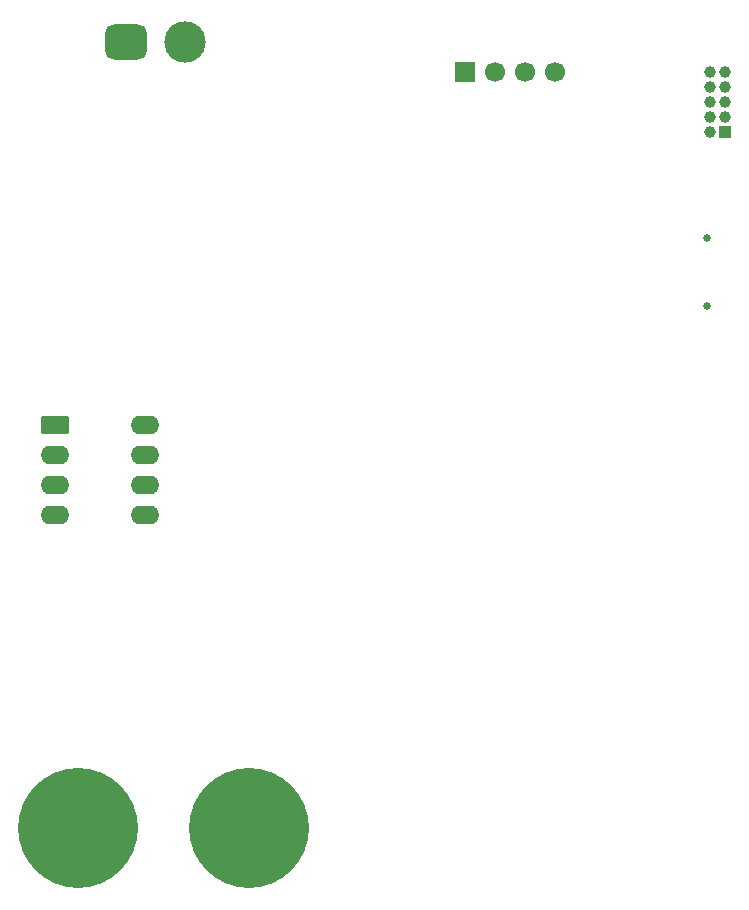
<source format=gbr>
%TF.GenerationSoftware,KiCad,Pcbnew,9.0.2*%
%TF.CreationDate,2025-11-12T20:00:32+01:00*%
%TF.ProjectId,precise_ammeter,70726563-6973-4655-9f61-6d6d65746572,rev?*%
%TF.SameCoordinates,Original*%
%TF.FileFunction,Soldermask,Bot*%
%TF.FilePolarity,Negative*%
%FSLAX46Y46*%
G04 Gerber Fmt 4.6, Leading zero omitted, Abs format (unit mm)*
G04 Created by KiCad (PCBNEW 9.0.2) date 2025-11-12 20:00:32*
%MOMM*%
%LPD*%
G01*
G04 APERTURE LIST*
G04 Aperture macros list*
%AMRoundRect*
0 Rectangle with rounded corners*
0 $1 Rounding radius*
0 $2 $3 $4 $5 $6 $7 $8 $9 X,Y pos of 4 corners*
0 Add a 4 corners polygon primitive as box body*
4,1,4,$2,$3,$4,$5,$6,$7,$8,$9,$2,$3,0*
0 Add four circle primitives for the rounded corners*
1,1,$1+$1,$2,$3*
1,1,$1+$1,$4,$5*
1,1,$1+$1,$6,$7*
1,1,$1+$1,$8,$9*
0 Add four rect primitives between the rounded corners*
20,1,$1+$1,$2,$3,$4,$5,0*
20,1,$1+$1,$4,$5,$6,$7,0*
20,1,$1+$1,$6,$7,$8,$9,0*
20,1,$1+$1,$8,$9,$2,$3,0*%
G04 Aperture macros list end*
%ADD10C,10.160000*%
%ADD11R,1.700000X1.700000*%
%ADD12C,1.700000*%
%ADD13C,0.650000*%
%ADD14RoundRect,0.250000X-0.950000X-0.550000X0.950000X-0.550000X0.950000X0.550000X-0.950000X0.550000X0*%
%ADD15O,2.400000X1.600000*%
%ADD16RoundRect,0.750000X-1.000000X-0.750000X1.000000X-0.750000X1.000000X0.750000X-1.000000X0.750000X0*%
%ADD17C,3.500000*%
%ADD18R,1.000000X1.000000*%
%ADD19C,1.000000*%
G04 APERTURE END LIST*
D10*
%TO.C,J2*%
X198500000Y-120300000D03*
%TD*%
D11*
%TO.C,J6*%
X216760000Y-56300000D03*
D12*
X219300000Y-56300000D03*
X221840000Y-56300000D03*
X224380000Y-56300000D03*
%TD*%
D13*
%TO.C,J3*%
X237237500Y-76100000D03*
X237237500Y-70320000D03*
%TD*%
D14*
%TO.C,U1*%
X182080000Y-86120000D03*
D15*
X182080000Y-88660000D03*
X182080000Y-91200000D03*
X182080000Y-93740000D03*
X189700000Y-93740000D03*
X189700000Y-91200000D03*
X189700000Y-88660000D03*
X189700000Y-86120000D03*
%TD*%
D16*
%TO.C,J5*%
X188037500Y-53700000D03*
D17*
X193037500Y-53700000D03*
%TD*%
D10*
%TO.C,J1*%
X184000000Y-120300000D03*
%TD*%
D18*
%TO.C,J4*%
X238800000Y-61370000D03*
D19*
X237530000Y-61370000D03*
X238800000Y-60100000D03*
X237530000Y-60100000D03*
X238800000Y-58830000D03*
X237530000Y-58830000D03*
X238800000Y-57560000D03*
X237530000Y-57560000D03*
X238800000Y-56290000D03*
X237530000Y-56290000D03*
%TD*%
M02*

</source>
